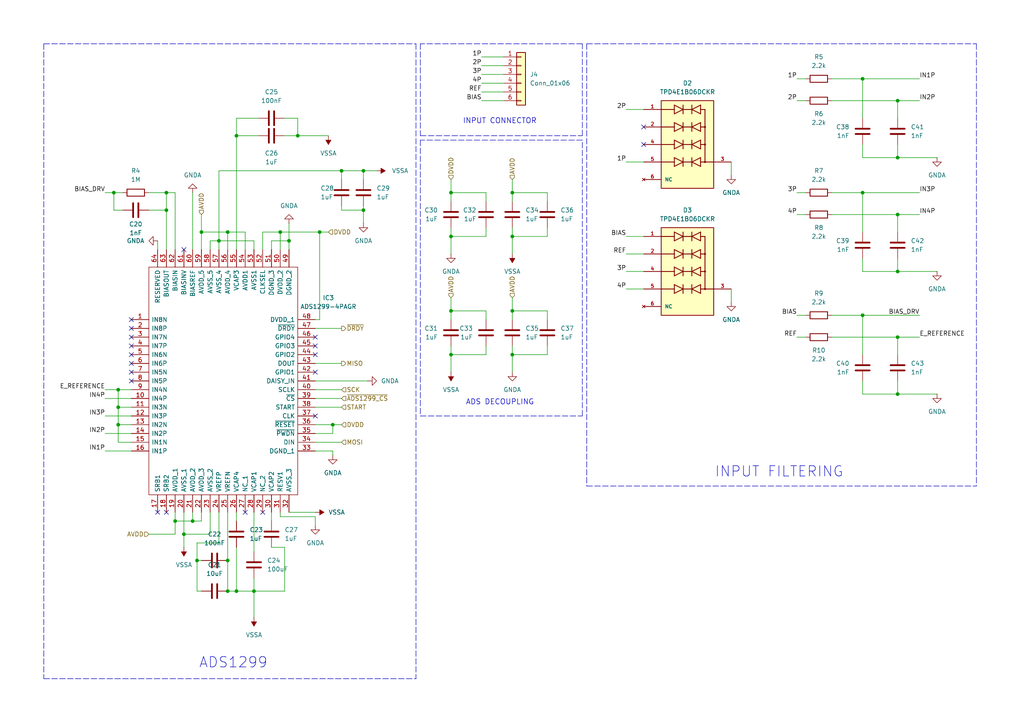
<source format=kicad_sch>
(kicad_sch (version 20231120) (generator "eeschema") (generator_version "8.0")
  (paper "A4")
  (lib_symbols
    (symbol "ADS1299-4PAGR:ADS1299-4PAGR" (pin_names (offset 0.762))
      (property "Reference" "IC" (at 49.53 20.32 0))
      (property "Value" "ADS1299-4PAGR" (at 49.53 17.78 0))
      (symbol "ADS1299-4PAGR_0_0"
        (pin passive line (at 0 0 0) (length 5.08) (name "IN8N") (number "1"))
        (pin passive line (at 0 -22.86 0) (length 5.08) (name "IN4P") (number "10"))
        (pin passive line (at 0 -25.4 0) (length 5.08) (name "IN3N") (number "11"))
        (pin passive line (at 0 -27.94 0) (length 5.08) (name "IN3P") (number "12"))
        (pin passive line (at 0 -30.48 0) (length 5.08) (name "IN2N") (number "13"))
        (pin passive line (at 0 -33.02 0) (length 5.08) (name "IN2P") (number "14"))
        (pin passive line (at 0 -35.56 0) (length 5.08) (name "IN1N") (number "15"))
        (pin passive line (at 0 -38.1 0) (length 5.08) (name "IN1P") (number "16"))
        (pin passive line (at 7.62 -55.88 90) (length 5.08) (name "SRB1") (number "17"))
        (pin passive line (at 10.16 -55.88 90) (length 5.08) (name "SRB2") (number "18"))
        (pin passive line (at 12.7 -55.88 90) (length 5.08) (name "AVDD_1") (number "19"))
        (pin passive line (at 0 -2.54 0) (length 5.08) (name "IN8P") (number "2"))
        (pin passive line (at 15.24 -55.88 90) (length 5.08) (name "AVSS_1") (number "20"))
        (pin passive line (at 17.78 -55.88 90) (length 5.08) (name "AVDD_2") (number "21"))
        (pin passive line (at 20.32 -55.88 90) (length 5.08) (name "AVDD_3") (number "22"))
        (pin passive line (at 22.86 -55.88 90) (length 5.08) (name "AVSS_2") (number "23"))
        (pin passive line (at 25.4 -55.88 90) (length 5.08) (name "VREFP") (number "24"))
        (pin passive line (at 27.94 -55.88 90) (length 5.08) (name "VREFN") (number "25"))
        (pin passive line (at 30.48 -55.88 90) (length 5.08) (name "VCAP4") (number "26"))
        (pin passive line (at 33.02 -55.88 90) (length 5.08) (name "NC_1") (number "27"))
        (pin passive line (at 35.56 -55.88 90) (length 5.08) (name "VCAP1") (number "28"))
        (pin passive line (at 38.1 -55.88 90) (length 5.08) (name "NC_2") (number "29"))
        (pin passive line (at 0 -5.08 0) (length 5.08) (name "IN7N") (number "3"))
        (pin passive line (at 40.64 -55.88 90) (length 5.08) (name "VCAP2") (number "30"))
        (pin passive line (at 43.18 -55.88 90) (length 5.08) (name "RESV1") (number "31"))
        (pin passive line (at 45.72 -55.88 90) (length 5.08) (name "AVSS_3") (number "32"))
        (pin passive line (at 53.34 -38.1 180) (length 5.08) (name "DGND_1") (number "33"))
        (pin passive line (at 53.34 -35.56 180) (length 5.08) (name "DIN") (number "34"))
        (pin passive line (at 53.34 -33.02 180) (length 5.08) (name "~{PWDN}") (number "35"))
        (pin passive line (at 53.34 -30.48 180) (length 5.08) (name "~{RESET}") (number "36"))
        (pin passive line (at 53.34 -27.94 180) (length 5.08) (name "CLK") (number "37"))
        (pin passive line (at 53.34 -25.4 180) (length 5.08) (name "START") (number "38"))
        (pin passive line (at 53.34 -22.86 180) (length 5.08) (name "~{CS}") (number "39"))
        (pin passive line (at 0 -7.62 0) (length 5.08) (name "IN7P") (number "4"))
        (pin passive line (at 53.34 -20.32 180) (length 5.08) (name "SCLK") (number "40"))
        (pin passive line (at 53.34 -17.78 180) (length 5.08) (name "DAISY_IN") (number "41"))
        (pin passive line (at 53.34 -15.24 180) (length 5.08) (name "GPIO1") (number "42"))
        (pin passive line (at 53.34 -12.7 180) (length 5.08) (name "DOUT") (number "43"))
        (pin passive line (at 53.34 -10.16 180) (length 5.08) (name "GPIO2") (number "44"))
        (pin passive line (at 53.34 -7.62 180) (length 5.08) (name "GPIO3") (number "45"))
        (pin passive line (at 53.34 -5.08 180) (length 5.08) (name "GPIO4") (number "46"))
        (pin passive line (at 53.34 -2.54 180) (length 5.08) (name "~{DRDY}") (number "47"))
        (pin passive line (at 53.34 0 180) (length 5.08) (name "DVDD_1") (number "48"))
        (pin passive line (at 45.72 20.32 270) (length 5.08) (name "DGND_2") (number "49"))
        (pin passive line (at 0 -10.16 0) (length 5.08) (name "IN6N") (number "5"))
        (pin passive line (at 43.18 20.32 270) (length 5.08) (name "DVDD_2") (number "50"))
        (pin passive line (at 40.64 20.32 270) (length 5.08) (name "DGND_3") (number "51"))
        (pin passive line (at 38.1 20.32 270) (length 5.08) (name "CLKSEL") (number "52"))
        (pin passive line (at 35.56 20.32 270) (length 5.08) (name "AVSS1") (number "53"))
        (pin passive line (at 33.02 20.32 270) (length 5.08) (name "AVDD1") (number "54"))
        (pin passive line (at 30.48 20.32 270) (length 5.08) (name "VCAP3") (number "55"))
        (pin passive line (at 27.94 20.32 270) (length 5.08) (name "AVDD_4") (number "56"))
        (pin passive line (at 25.4 20.32 270) (length 5.08) (name "AVSS_4") (number "57"))
        (pin passive line (at 22.86 20.32 270) (length 5.08) (name "AVSS_5") (number "58"))
        (pin passive line (at 20.32 20.32 270) (length 5.08) (name "AVDD_5") (number "59"))
        (pin passive line (at 0 -12.7 0) (length 5.08) (name "IN6P") (number "6"))
        (pin passive line (at 17.78 20.32 270) (length 5.08) (name "BIASREF") (number "60"))
        (pin passive line (at 15.24 20.32 270) (length 5.08) (name "BIASINV") (number "61"))
        (pin passive line (at 12.7 20.32 270) (length 5.08) (name "BIASIN") (number "62"))
        (pin passive line (at 10.16 20.32 270) (length 5.08) (name "BIASOUT") (number "63"))
        (pin passive line (at 7.62 20.32 270) (length 5.08) (name "RESERVED") (number "64"))
        (pin passive line (at 0 -15.24 0) (length 5.08) (name "IN5N") (number "7"))
        (pin passive line (at 0 -17.78 0) (length 5.08) (name "IN5P") (number "8"))
        (pin passive line (at 0 -20.32 0) (length 5.08) (name "IN4N") (number "9"))
      )
    )
    (symbol "Connector_Generic:Conn_01x06" (pin_names (offset 1.016) hide)
      (property "Reference" "J" (at 0 7.62 0))
      (property "Value" "Conn_01x06" (at 0 -10.16 0))
      (symbol "Conn_01x06_1_1"
        (pin passive line (at -5.08 5.08 0) (length 3.81) (name "Pin_1") (number "1"))
        (pin passive line (at -5.08 2.54 0) (length 3.81) (name "Pin_2") (number "2"))
        (pin passive line (at -5.08 0 0) (length 3.81) (name "Pin_3") (number "3"))
        (pin passive line (at -5.08 -2.54 0) (length 3.81) (name "Pin_4") (number "4"))
        (pin passive line (at -5.08 -5.08 0) (length 3.81) (name "Pin_5") (number "5"))
        (pin passive line (at -5.08 -7.62 0) (length 3.81) (name "Pin_6") (number "6"))
      )
    )
    (symbol "Device:C" (pin_numbers hide) (pin_names (offset 0.254))
      (property "Reference" "C" (at 0.635 2.54 0))
      (property "Value" "C" (at 0.635 -2.54 0))
      (symbol "C_1_1"
        (pin passive line (at 0 3.81 270) (length 2.794) (name "~") (number "1"))
        (pin passive line (at 0 -3.81 90) (length 2.794) (name "~") (number "2"))
      )
    )
    (symbol "Device:R" (pin_numbers hide) (pin_names (offset 0))
      (property "Reference" "R" (at 2.032 0 90))
      (property "Value" "R" (at 0 0 90))
      (symbol "R_1_1"
        (pin passive line (at 0 3.81 270) (length 1.27) (name "~") (number "1"))
        (pin passive line (at 0 -3.81 90) (length 1.27) (name "~") (number "2"))
      )
    )
    (symbol "TPD4E1B06DCKR:TPD4E1B06DCKR" (pin_names (offset 1.016))
      (property "Reference" "D" (at -7.62 13.208 0))
      (property "Value" "TPD4E1B06DCKR" (at -7.62 -15.24 0))
      (symbol "TPD4E1B06DCKR_0_0"
        (pin bidirectional line (at -12.7 10.16 0) (length 5.08) (name "~") (number "1"))
        (pin bidirectional line (at -12.7 5.08 0) (length 5.08) (name "~") (number "2"))
        (pin power_in line (at 12.7 -5.08 180) (length 5.08) (name "~") (number "3"))
        (pin bidirectional line (at -12.7 0 0) (length 5.08) (name "~") (number "4"))
        (pin bidirectional line (at -12.7 -5.08 0) (length 5.08) (name "~") (number "5"))
        (pin no_connect line (at -12.7 -10.16 0) (length 5.08) (name "NC") (number "6"))
      )
    )
    (symbol "power:GNDA" (power) (pin_numbers hide) (pin_names (offset 0) hide)
      (property "Value" "GNDA" (at 0 -3.81 0))
      (symbol "GNDA_1_1"
        (pin power_in line (at 0 0 270) (length 0) (name "~") (number "1"))
      )
    )
    (symbol "power:VSSA" (power) (pin_numbers hide) (pin_names (offset 0) hide)
      (property "Value" "VSSA" (at 0 3.556 0))
      (symbol "VSSA_1_1"
        (pin power_in line (at 0 0 90) (length 0) (name "~") (number "1"))
      )
    )
  )
  (junction (at 68.58 39.37))
  (junction (at 34.29 123.19))
  (junction (at 68.58 171.45))
  (junction (at 260.35 62.23))
  (junction (at 55.88 151.13))
  (junction (at 260.35 45.72))
  (junction (at 50.8 151.13))
  (junction (at 260.35 78.74))
  (junction (at 148.59 90.17))
  (junction (at 73.66 171.45))
  (junction (at 34.29 113.03))
  (junction (at 53.34 154.94))
  (junction (at 66.04 162.56))
  (junction (at 81.28 67.31))
  (junction (at 260.35 114.3))
  (junction (at 48.26 60.96))
  (junction (at 48.26 55.88))
  (junction (at 92.71 67.31))
  (junction (at 250.19 22.86))
  (junction (at 34.29 118.11))
  (junction (at 130.81 68.58))
  (junction (at 66.04 67.31))
  (junction (at 66.04 171.45))
  (junction (at 86.36 39.37))
  (junction (at 105.41 60.96))
  (junction (at 83.82 69.85))
  (junction (at 63.5 69.85))
  (junction (at 260.35 97.79))
  (junction (at 33.02 55.88))
  (junction (at 105.41 49.53))
  (junction (at 148.59 68.58))
  (junction (at 250.19 91.44))
  (junction (at 57.15 162.56))
  (junction (at 148.59 102.87))
  (junction (at 130.81 102.87))
  (junction (at 130.81 90.17))
  (junction (at 99.06 49.53))
  (junction (at 148.59 55.88))
  (junction (at 130.81 55.88))
  (junction (at 250.19 55.88))
  (junction (at 260.35 29.21))
  (junction (at 96.52 123.19))
  (junction (at 58.42 67.31))
  (no_connect (at 76.2 148.59))
  (no_connect (at 186.69 41.91))
  (no_connect (at 38.1 97.79))
  (no_connect (at 91.44 100.33))
  (no_connect (at 38.1 100.33))
  (no_connect (at 91.44 107.95))
  (no_connect (at 91.44 120.65))
  (no_connect (at 38.1 105.41))
  (no_connect (at 53.34 72.39))
  (no_connect (at 186.69 36.83))
  (no_connect (at 71.12 148.59))
  (no_connect (at 38.1 102.87))
  (no_connect (at 38.1 107.95))
  (no_connect (at 91.44 97.79))
  (no_connect (at 38.1 92.71))
  (no_connect (at 48.26 148.59))
  (no_connect (at 45.72 148.59))
  (no_connect (at 38.1 95.25))
  (no_connect (at 38.1 110.49))
  (no_connect (at 91.44 102.87))
  (wire (pts (xy 99.06 49.53) (xy 105.41 49.53)))
  (wire (pts (xy 148.59 66.04) (xy 148.59 68.58)))
  (polyline (pts (xy 168.91 12.7) (xy 121.92 12.7)) (stroke (width 0) (type dash)))
  (wire (pts (xy 68.58 39.37) (xy 68.58 72.39)))
  (wire (pts (xy 34.29 118.11) (xy 38.1 118.11)))
  (wire (pts (xy 130.81 58.42) (xy 130.81 55.88)))
  (wire (pts (xy 83.82 64.77) (xy 83.82 69.85)))
  (wire (pts (xy 73.66 72.39) (xy 73.66 69.85)))
  (wire (pts (xy 260.35 97.79) (xy 266.7 97.79)))
  (wire (pts (xy 130.81 86.36) (xy 130.81 90.17)))
  (wire (pts (xy 105.41 49.53) (xy 105.41 52.07)))
  (wire (pts (xy 260.35 114.3) (xy 271.78 114.3)))
  (wire (pts (xy 260.35 97.79) (xy 260.35 102.87)))
  (wire (pts (xy 241.3 29.21) (xy 260.35 29.21)))
  (wire (pts (xy 53.34 154.94) (xy 53.34 148.59)))
  (wire (pts (xy 99.06 49.53) (xy 99.06 52.07)))
  (wire (pts (xy 139.7 21.59) (xy 146.05 21.59)))
  (wire (pts (xy 68.58 34.29) (xy 68.58 39.37)))
  (wire (pts (xy 71.12 72.39) (xy 71.12 67.31)))
  (wire (pts (xy 76.2 67.31) (xy 81.28 67.31)))
  (wire (pts (xy 231.14 91.44) (xy 233.68 91.44)))
  (wire (pts (xy 91.44 113.03) (xy 99.06 113.03)))
  (wire (pts (xy 260.35 62.23) (xy 260.35 67.31)))
  (wire (pts (xy 250.19 91.44) (xy 266.7 91.44)))
  (wire (pts (xy 66.04 148.59) (xy 66.04 162.56)))
  (wire (pts (xy 66.04 171.45) (xy 68.58 171.45)))
  (wire (pts (xy 96.52 123.19) (xy 96.52 125.73)))
  (wire (pts (xy 148.59 58.42) (xy 148.59 55.88)))
  (wire (pts (xy 91.44 149.86) (xy 91.44 152.4)))
  (wire (pts (xy 81.28 67.31) (xy 92.71 67.31)))
  (wire (pts (xy 50.8 148.59) (xy 50.8 151.13)))
  (wire (pts (xy 130.81 92.71) (xy 130.81 90.17)))
  (wire (pts (xy 140.97 102.87) (xy 140.97 100.33)))
  (wire (pts (xy 92.71 67.31) (xy 92.71 92.71)))
  (wire (pts (xy 43.18 55.88) (xy 48.26 55.88)))
  (wire (pts (xy 181.61 78.74) (xy 186.69 78.74)))
  (wire (pts (xy 158.75 102.87) (xy 158.75 100.33)))
  (wire (pts (xy 140.97 90.17) (xy 140.97 92.71)))
  (wire (pts (xy 250.19 41.91) (xy 250.19 45.72)))
  (wire (pts (xy 260.35 29.21) (xy 260.35 34.29)))
  (wire (pts (xy 139.7 19.05) (xy 146.05 19.05)))
  (wire (pts (xy 82.55 34.29) (xy 86.36 34.29)))
  (wire (pts (xy 139.7 16.51) (xy 146.05 16.51)))
  (wire (pts (xy 58.42 72.39) (xy 58.42 67.31)))
  (wire (pts (xy 148.59 86.36) (xy 148.59 90.17)))
  (wire (pts (xy 250.19 74.93) (xy 250.19 78.74)))
  (wire (pts (xy 181.61 73.66) (xy 186.69 73.66)))
  (wire (pts (xy 250.19 55.88) (xy 250.19 67.31)))
  (wire (pts (xy 181.61 31.75) (xy 186.69 31.75)))
  (wire (pts (xy 96.52 130.81) (xy 96.52 132.08)))
  (wire (pts (xy 260.35 41.91) (xy 260.35 45.72)))
  (wire (pts (xy 48.26 55.88) (xy 48.26 60.96)))
  (wire (pts (xy 74.93 34.29) (xy 68.58 34.29)))
  (wire (pts (xy 130.81 90.17) (xy 140.97 90.17)))
  (wire (pts (xy 130.81 100.33) (xy 130.81 102.87)))
  (wire (pts (xy 68.58 39.37) (xy 74.93 39.37)))
  (polyline (pts (xy 170.18 140.97) (xy 283.21 140.97)) (stroke (width 0) (type dash)))
  (wire (pts (xy 86.36 39.37) (xy 82.55 39.37)))
  (wire (pts (xy 68.58 148.59) (xy 68.58 151.13)))
  (wire (pts (xy 148.59 55.88) (xy 158.75 55.88)))
  (wire (pts (xy 130.81 55.88) (xy 140.97 55.88)))
  (wire (pts (xy 50.8 151.13) (xy 50.8 154.94)))
  (wire (pts (xy 105.41 64.77) (xy 105.41 60.96)))
  (wire (pts (xy 158.75 90.17) (xy 158.75 92.71)))
  (polyline (pts (xy 12.7 12.7) (xy 12.7 196.85)) (stroke (width 0) (type dash)))
  (wire (pts (xy 66.04 67.31) (xy 66.04 72.39)))
  (polyline (pts (xy 168.91 39.37) (xy 168.91 12.7)) (stroke (width 0) (type dash)))
  (wire (pts (xy 250.19 114.3) (xy 260.35 114.3)))
  (wire (pts (xy 260.35 78.74) (xy 271.78 78.74)))
  (wire (pts (xy 130.81 102.87) (xy 130.81 107.95)))
  (wire (pts (xy 105.41 59.69) (xy 105.41 60.96)))
  (wire (pts (xy 91.44 115.57) (xy 99.06 115.57)))
  (wire (pts (xy 63.5 49.53) (xy 63.5 69.85)))
  (wire (pts (xy 35.56 60.96) (xy 33.02 60.96)))
  (wire (pts (xy 78.74 158.75) (xy 82.55 158.75)))
  (wire (pts (xy 30.48 113.03) (xy 34.29 113.03)))
  (wire (pts (xy 34.29 118.11) (xy 34.29 113.03)))
  (polyline (pts (xy 170.18 12.7) (xy 170.18 140.97)) (stroke (width 0) (type dash)))
  (wire (pts (xy 130.81 68.58) (xy 140.97 68.58)))
  (wire (pts (xy 63.5 148.59) (xy 63.5 157.48)))
  (wire (pts (xy 99.06 59.69) (xy 99.06 60.96)))
  (wire (pts (xy 130.81 52.07) (xy 130.81 55.88)))
  (wire (pts (xy 250.19 45.72) (xy 260.35 45.72)))
  (wire (pts (xy 78.74 69.85) (xy 83.82 69.85)))
  (wire (pts (xy 231.14 62.23) (xy 233.68 62.23)))
  (wire (pts (xy 48.26 60.96) (xy 48.26 72.39)))
  (wire (pts (xy 78.74 148.59) (xy 78.74 151.13)))
  (wire (pts (xy 33.02 60.96) (xy 33.02 55.88)))
  (wire (pts (xy 50.8 55.88) (xy 48.26 55.88)))
  (wire (pts (xy 260.35 74.93) (xy 260.35 78.74)))
  (wire (pts (xy 241.3 22.86) (xy 250.19 22.86)))
  (polyline (pts (xy 121.92 120.65) (xy 168.91 120.65)) (stroke (width 0) (type dash)))
  (wire (pts (xy 91.44 110.49) (xy 106.68 110.49)))
  (wire (pts (xy 148.59 90.17) (xy 158.75 90.17)))
  (wire (pts (xy 68.58 158.75) (xy 68.58 171.45)))
  (wire (pts (xy 76.2 72.39) (xy 76.2 67.31)))
  (wire (pts (xy 57.15 171.45) (xy 58.42 171.45)))
  (wire (pts (xy 148.59 68.58) (xy 148.59 73.66)))
  (wire (pts (xy 30.48 130.81) (xy 38.1 130.81)))
  (wire (pts (xy 60.96 148.59) (xy 60.96 154.94)))
  (wire (pts (xy 91.44 118.11) (xy 99.06 118.11)))
  (wire (pts (xy 139.7 24.13) (xy 146.05 24.13)))
  (wire (pts (xy 148.59 102.87) (xy 158.75 102.87)))
  (wire (pts (xy 139.7 26.67) (xy 146.05 26.67)))
  (wire (pts (xy 38.1 128.27) (xy 34.29 128.27)))
  (wire (pts (xy 148.59 68.58) (xy 158.75 68.58)))
  (wire (pts (xy 250.19 91.44) (xy 250.19 102.87)))
  (wire (pts (xy 82.55 158.75) (xy 82.55 171.45)))
  (wire (pts (xy 231.14 22.86) (xy 233.68 22.86)))
  (wire (pts (xy 250.19 22.86) (xy 250.19 34.29)))
  (polyline (pts (xy 170.18 12.7) (xy 283.21 12.7)) (stroke (width 0) (type dash)))
  (wire (pts (xy 43.18 60.96) (xy 48.26 60.96)))
  (wire (pts (xy 130.81 102.87) (xy 140.97 102.87)))
  (wire (pts (xy 33.02 55.88) (xy 35.56 55.88)))
  (wire (pts (xy 139.7 29.21) (xy 146.05 29.21)))
  (wire (pts (xy 57.15 157.48) (xy 57.15 162.56)))
  (polyline (pts (xy 12.7 12.7) (xy 120.65 12.7)) (stroke (width 0) (type dash)))
  (wire (pts (xy 58.42 151.13) (xy 58.42 148.59)))
  (wire (pts (xy 241.3 91.44) (xy 250.19 91.44)))
  (wire (pts (xy 158.75 68.58) (xy 158.75 66.04)))
  (wire (pts (xy 91.44 125.73) (xy 96.52 125.73)))
  (wire (pts (xy 63.5 69.85) (xy 63.5 72.39)))
  (wire (pts (xy 73.66 171.45) (xy 82.55 171.45)))
  (wire (pts (xy 53.34 154.94) (xy 53.34 158.75)))
  (wire (pts (xy 250.19 110.49) (xy 250.19 114.3)))
  (wire (pts (xy 92.71 67.31) (xy 95.25 67.31)))
  (wire (pts (xy 66.04 162.56) (xy 66.04 171.45)))
  (wire (pts (xy 83.82 69.85) (xy 83.82 72.39)))
  (wire (pts (xy 63.5 157.48) (xy 57.15 157.48)))
  (wire (pts (xy 34.29 128.27) (xy 34.29 123.19)))
  (wire (pts (xy 91.44 123.19) (xy 96.52 123.19)))
  (wire (pts (xy 63.5 49.53) (xy 99.06 49.53)))
  (wire (pts (xy 73.66 148.59) (xy 73.66 160.02)))
  (wire (pts (xy 181.61 68.58) (xy 186.69 68.58)))
  (wire (pts (xy 260.35 29.21) (xy 266.7 29.21)))
  (wire (pts (xy 60.96 69.85) (xy 63.5 69.85)))
  (wire (pts (xy 105.41 49.53) (xy 109.22 49.53)))
  (wire (pts (xy 212.09 46.99) (xy 212.09 50.8)))
  (wire (pts (xy 91.44 128.27) (xy 99.06 128.27)))
  (wire (pts (xy 250.19 78.74) (xy 260.35 78.74)))
  (wire (pts (xy 34.29 123.19) (xy 34.29 118.11)))
  (wire (pts (xy 66.04 67.31) (xy 71.12 67.31)))
  (wire (pts (xy 96.52 123.19) (xy 99.06 123.19)))
  (wire (pts (xy 231.14 55.88) (xy 233.68 55.88)))
  (wire (pts (xy 57.15 162.56) (xy 58.42 162.56)))
  (wire (pts (xy 130.81 66.04) (xy 130.81 68.58)))
  (wire (pts (xy 86.36 34.29) (xy 86.36 39.37)))
  (wire (pts (xy 55.88 55.88) (xy 55.88 72.39)))
  (wire (pts (xy 34.29 123.19) (xy 38.1 123.19)))
  (wire (pts (xy 140.97 55.88) (xy 140.97 58.42)))
  (wire (pts (xy 81.28 149.86) (xy 91.44 149.86)))
  (polyline (pts (xy 121.92 40.64) (xy 121.92 120.65)) (stroke (width 0) (type dash)))
  (wire (pts (xy 181.61 83.82) (xy 186.69 83.82)))
  (wire (pts (xy 99.06 60.96) (xy 105.41 60.96)))
  (wire (pts (xy 91.44 105.41) (xy 99.06 105.41)))
  (wire (pts (xy 148.59 92.71) (xy 148.59 90.17)))
  (polyline (pts (xy 120.65 12.7) (xy 120.65 196.85)) (stroke (width 0) (type dash)))
  (polyline (pts (xy 168.91 120.65) (xy 168.91 40.64)) (stroke (width 0) (type dash)))
  (wire (pts (xy 130.81 68.58) (xy 130.81 73.66)))
  (wire (pts (xy 250.19 22.86) (xy 266.7 22.86)))
  (wire (pts (xy 73.66 167.64) (xy 73.66 171.45)))
  (wire (pts (xy 241.3 97.79) (xy 260.35 97.79)))
  (wire (pts (xy 58.42 67.31) (xy 66.04 67.31)))
  (wire (pts (xy 30.48 115.57) (xy 38.1 115.57)))
  (wire (pts (xy 81.28 67.31) (xy 81.28 72.39)))
  (polyline (pts (xy 121.92 12.7) (xy 121.92 39.37)) (stroke (width 0) (type dash)))
  (wire (pts (xy 91.44 130.81) (xy 96.52 130.81)))
  (wire (pts (xy 92.71 92.71) (xy 91.44 92.71)))
  (wire (pts (xy 148.59 102.87) (xy 148.59 107.95)))
  (wire (pts (xy 241.3 55.88) (xy 250.19 55.88)))
  (wire (pts (xy 241.3 62.23) (xy 260.35 62.23)))
  (wire (pts (xy 60.96 72.39) (xy 60.96 69.85)))
  (wire (pts (xy 34.29 113.03) (xy 38.1 113.03)))
  (wire (pts (xy 58.42 62.23) (xy 58.42 67.31)))
  (wire (pts (xy 250.19 55.88) (xy 266.7 55.88)))
  (wire (pts (xy 45.72 69.85) (xy 45.72 72.39)))
  (wire (pts (xy 231.14 97.79) (xy 233.68 97.79)))
  (wire (pts (xy 50.8 151.13) (xy 55.88 151.13)))
  (wire (pts (xy 30.48 125.73) (xy 38.1 125.73)))
  (wire (pts (xy 83.82 148.59) (xy 91.44 148.59)))
  (wire (pts (xy 181.61 46.99) (xy 186.69 46.99)))
  (wire (pts (xy 68.58 171.45) (xy 73.66 171.45)))
  (wire (pts (xy 212.09 83.82) (xy 212.09 87.63)))
  (wire (pts (xy 81.28 148.59) (xy 81.28 149.86)))
  (polyline (pts (xy 168.91 40.64) (xy 121.92 40.64)) (stroke (width 0) (type dash)))
  (wire (pts (xy 148.59 52.07) (xy 148.59 55.88)))
  (wire (pts (xy 55.88 148.59) (xy 55.88 151.13)))
  (wire (pts (xy 140.97 68.58) (xy 140.97 66.04)))
  (polyline (pts (xy 12.7 196.85) (xy 120.65 196.85)) (stroke (width 0) (type dash)))
  (wire (pts (xy 91.44 95.25) (xy 99.06 95.25)))
  (wire (pts (xy 30.48 55.88) (xy 33.02 55.88)))
  (polyline (pts (xy 121.92 39.37) (xy 168.91 39.37)) (stroke (width 0) (type dash)))
  (wire (pts (xy 260.35 45.72) (xy 271.78 45.72)))
  (wire (pts (xy 73.66 69.85) (xy 63.5 69.85)))
  (polyline (pts (xy 283.21 12.7) (xy 283.21 140.97)) (stroke (width 0) (type dash)))
  (wire (pts (xy 55.88 151.13) (xy 58.42 151.13)))
  (wire (pts (xy 260.35 62.23) (xy 266.7 62.23)))
  (wire (pts (xy 260.35 110.49) (xy 260.35 114.3)))
  (wire (pts (xy 57.15 162.56) (xy 57.15 171.45)))
  (wire (pts (xy 148.59 100.33) (xy 148.59 102.87)))
  (wire (pts (xy 78.74 72.39) (xy 78.74 69.85)))
  (wire (pts (xy 158.75 55.88) (xy 158.75 58.42)))
  (wire (pts (xy 30.48 120.65) (xy 38.1 120.65)))
  (wire (pts (xy 86.36 39.37) (xy 95.25 39.37)))
  (wire (pts (xy 50.8 154.94) (xy 43.18 154.94)))
  (wire (pts (xy 60.96 154.94) (xy 53.34 154.94)))
  (wire (pts (xy 231.14 29.21) (xy 233.68 29.21)))
  (wire (pts (xy 50.8 72.39) (xy 50.8 55.88)))
  (wire (pts (xy 73.66 171.45) (xy 73.66 179.07)))
  (text "ADS DECOUPLING" (at 154.94 117.602 0) (effects (font (size 1.524 1.524)) (justify right bottom)))
  (text "ADS1299" (at 57.658 194.056 0) (effects (font (size 2.9972 2.9972)) (justify left bottom)))
  (text "INPUT CONNECTOR" (at 155.702 36.068 0) (effects (font (size 1.524 1.524)) (justify right bottom)))
  (text "INPUT FILTERING" (at 207.264 138.684 0) (effects (font (size 2.9972 2.9972)) (justify left bottom)))
  (label "IN1P" (at 30.48 130.81 180))
  (label "REF" (at 181.61 73.66 180))
  (label "1P" (at 181.61 46.99 180))
  (label "3P" (at 231.14 55.88 180))
  (label "REF" (at 231.14 97.79 180))
  (label "E_REFERENCE" (at 30.48 113.03 180))
  (label "2P" (at 181.61 31.75 180))
  (label "IN4P" (at 30.48 115.57 180))
  (label "4P" (at 181.61 83.82 180))
  (label "3P" (at 139.7 21.59 180))
  (label "BIAS" (at 231.14 91.44 180))
  (label "1P" (at 139.7 16.51 180))
  (label "IN2P" (at 266.7 29.21 0))
  (label "IN3P" (at 30.48 120.65 180))
  (label "IN1P" (at 266.7 22.86 0))
  (label "4P" (at 139.7 24.13 180))
  (label "E_REFERENCE" (at 266.7 97.79 0))
  (label "BIAS" (at 181.61 68.58 180))
  (label "2P" (at 139.7 19.05 180))
  (label "IN4P" (at 266.7 62.23 0))
  (label "4P" (at 231.14 62.23 180))
  (label "IN2P" (at 30.48 125.73 180))
  (label "1P" (at 231.14 22.86 180))
  (label "REF" (at 139.7 26.67 180))
  (label "BIAS" (at 139.7 29.21 180))
  (label "BIAS_DRV" (at 266.7 91.44 180))
  (label "3P" (at 181.61 78.74 180))
  (label "BIAS_DRV" (at 30.48 55.88 180))
  (label "2P" (at 231.14 29.21 180))
  (label "IN3P" (at 266.7 55.88 0))
  (hierarchical_label "DVDD" (shape input) (at 130.81 52.07 90))
  (hierarchical_label "AVDD" (shape input) (at 58.42 62.23 90))
  (hierarchical_label "START" (shape input) (at 99.06 118.11 0))
  (hierarchical_label "~{ADS1299_CS}" (shape input) (at 99.06 115.57 0))
  (hierarchical_label "AVDD" (shape input) (at 43.18 154.94 180))
  (hierarchical_label "SCK" (shape input) (at 99.06 113.03 0))
  (hierarchical_label "DVDD" (shape input) (at 99.06 123.19 0))
  (hierarchical_label "AVDD" (shape input) (at 148.59 86.36 90))
  (hierarchical_label "AVDD" (shape input) (at 148.59 52.07 90))
  (hierarchical_label "DVDD" (shape input) (at 95.25 67.31 0))
  (hierarchical_label "~{DRDY}" (shape output) (at 99.06 95.25 0))
  (hierarchical_label "MOSI" (shape input) (at 99.06 128.27 0))
  (hierarchical_label "MISO" (shape output) (at 99.06 105.41 0))
  (hierarchical_label "AVDD" (shape input) (at 130.81 86.36 90))
  (symbol (lib_id "power:GNDA") (at 271.78 114.3 0) (unit 1)
    (property "Reference" "#PWR043" (effects (hide yes)))
    (property "Value" "GNDA" (at 271.78 119.38 0))
    (property "Description" "Power symbol creates a global label with name \"GNDA\" , analog ground" (effects (hide yes)))
  )
  (symbol (lib_id "Device:C") (at 78.74 39.37 90) (unit 1)
    (property "Reference" "C26" (at 78.74 44.45 90))
    (property "Value" "1uF" (at 78.74 46.99 90))
    (property "Footprint" "Capacitor_SMD:C_0402_1005Metric" (effects (hide yes)))
    (property "Description" "10V 1uF X5R ±10% 0402  Multilayer Ceramic Capacitors MLCC - SMD/SMT ROHS" (effects (hide yes)))
    (property "Type" "Surface Mount " (effects (hide yes)))
    (property "Package" "0402 (1005 Metric)" (effects (hide yes)))
    (property "MANUFACTURER" "Murata Electronics" (effects (hide yes)))
    (property "MANUFACTURER_PART_NUMBER" "GRM155R61A105KE15D" (effects (hide yes)))
  )
  (symbol (lib_id "power:GNDA") (at 55.88 55.88 180) (unit 1)
    (property "Reference" "#PWR053" (effects (hide yes)))
    (property "Value" "GNDA" (at 55.88 50.8 0))
    (property "Description" "Power symbol creates a global label with name \"GNDA\" , analog ground" (effects (hide yes)))
  )
  (symbol (lib_id "Device:C") (at 260.35 71.12 180) (unit 1)
    (property "Reference" "C42" (at 264.16 69.8499 0) (effects (justify right)))
    (property "Value" "1nF" (at 264.16 72.3899 0) (effects (justify right)))
    (property "Footprint" "Capacitor_SMD:C_0402_1005Metric" (effects (hide yes)))
    (property "Description" "50V 1nF X7R ±10% 0402  Multilayer Ceramic Capacitors MLCC - SMD/SMT ROHS" (effects (hide yes)))
    (property "Type" "Surface Mount " (effects (hide yes)))
    (property "Package" "0402 (1005 Metric)" (effects (hide yes)))
    (property "MANUFACTURER" "Murata Electronics" (effects (hide yes)))
    (property "MANUFACTURER_PART_NUMBER" "GRM155R71H102KA01D" (effects (hide yes)))
  )
  (symbol (lib_id "power:GNDA") (at 45.72 69.85 270) (unit 1)
    (property "Reference" "#PWR027" (effects (hide yes)))
    (property "Value" "GNDA" (at 41.91 69.8499 90) (effects (justify right)))
    (property "Description" "Power symbol creates a global label with name \"GNDA\" , analog ground" (effects (hide yes)))
  )
  (symbol (lib_id "power:GNDA") (at 83.82 64.77 180) (unit 1)
    (property "Reference" "#PWR028" (effects (hide yes)))
    (property "Value" "GNDA" (at 83.82 59.69 0))
    (property "Description" "Power symbol creates a global label with name \"GNDA\" , analog ground" (effects (hide yes)))
  )
  (symbol (lib_id "Device:C") (at 105.41 55.88 180) (unit 1)
    (property "Reference" "C29" (at 109.22 54.6099 0) (effects (justify right)))
    (property "Value" "1uF" (at 109.22 57.1499 0) (effects (justify right)))
    (property "Footprint" "Capacitor_SMD:C_0402_1005Metric" (effects (hide yes)))
    (property "Description" "10V 1uF X5R ±10% 0402  Multilayer Ceramic Capacitors MLCC - SMD/SMT ROHS" (effects (hide yes)))
    (property "Type" "Surface Mount " (effects (hide yes)))
    (property "Package" "0402 (1005 Metric)" (effects (hide yes)))
    (property "MANUFACTURER" "Murata Electronics" (effects (hide yes)))
    (property "MANUFACTURER_PART_NUMBER" "GRM155R61A105KE15D" (effects (hide yes)))
  )
  (symbol (lib_id "Device:C") (at 148.59 62.23 180) (unit 1)
    (property "Reference" "C34" (at 152.4 60.9599 0) (effects (justify right)))
    (property "Value" "1uF" (at 152.4 63.4999 0) (effects (justify right)))
    (property "Footprint" "Capacitor_SMD:C_0402_1005Metric" (effects (hide yes)))
    (property "Description" "10V 1uF X5R ±10% 0402  Multilayer Ceramic Capacitors MLCC - SMD/SMT ROHS" (effects (hide yes)))
    (property "Type" "Surface Mount " (effects (hide yes)))
    (property "Package" "0402 (1005 Metric)" (effects (hide yes)))
    (property "MANUFACTURER" "Murata Electronics" (effects (hide yes)))
    (property "MANUFACTURER_PART_NUMBER" "GRM155R61A105KE15D" (effects (hide yes)))
  )
  (symbol (lib_id "TPD4E1B06DCKR:TPD4E1B06DCKR") (at 199.39 78.74 0) (unit 1)
    (property "Reference" "D3" (at 199.39 60.96 0))
    (property "Value" "TPD4E1B06DCKR" (at 199.39 63.5 0))
    (property "Footprint" "TPD4E1B06DCKR:TVS_TPD4E1B06DCKR" (effects (hide yes)))
    (property "Description" "SOT-363  Electrostatic and Surge Protection (TVS/ESD) ROHS" (effects (hide yes)))
    (property "MF" "Texas Instruments" (effects (hide yes)))
    (property "MAXIMUM_PACKAGE_HEIGHT" "1.1 mm" (effects (hide yes)))
    (property "Package" "SOT-363" (effects (hide yes)))
    (property "Price" "None" (effects (hide yes)))
    (property "Check_prices" "https://www.snapeda.com/parts/TPD4E1B06DCKR/Texas+Instruments/view-part/?ref=eda" (effects (hide yes)))
    (property "STANDARD" "Manufacturer Recommendations" (effects (hide yes)))
    (property "PARTREV" "C" (effects (hide yes)))
    (property "SnapEDA_Link" "https://www.snapeda.com/parts/TPD4E1B06DCKR/Texas+Instruments/view-part/?ref=snap" (effects (hide yes)))
    (property "MP" "TPD4E1B06DCKR" (effects (hide yes)))
    (property "Description_1" "\nQuad 0.7-pF, ±5.5-V, ±12-kV ESD protection diode with 0.5-nA max leakage in SOT & SC70 packages\n" (effects (hide yes)))
    (property "MANUFACTURER" "Texas Instruments" (effects (hide yes)))
    (property "Availability" "In Stock" (effects (hide yes)))
    (property "SNAPEDA_PN" "TPD4E1B06DCKR" (effects (hide yes)))
    (property "MANUFACTURER_PART_NUMBER" "TPD4E1B06DCKR" (effects (hide yes)))
    (property "Type" "Surface Mount " (effects (hide yes)))
  )
  (symbol (lib_id "power:VSSA") (at 95.25 39.37 180) (unit 1)
    (property "Reference" "#PWR044" (effects (hide yes)))
    (property "Value" "VSSA" (at 95.25 44.45 0))
    (property "Description" "Power symbol creates a global label with name \"VSSA\"" (effects (hide yes)))
  )
  (symbol (lib_id "Device:C") (at 78.74 34.29 90) (unit 1)
    (property "Reference" "C25" (at 78.74 26.67 90))
    (property "Value" "100nF" (at 78.74 29.21 90))
    (property "Footprint" "Capacitor_SMD:C_0402_1005Metric" (effects (hide yes)))
    (property "Description" "16V 100nF X7R ±10% 0402  Multilayer Ceramic Capacitors MLCC - SMD/SMT ROHS" (effects (hide yes)))
    (property "Type" "Surface Mount " (effects (hide yes)))
    (property "Package" "0402 (1005 Metric)" (effects (hide yes)))
    (property "MANUFACTURER" "Murata Electronics" (effects (hide yes)))
    (property "MANUFACTURER_PART_NUMBER" "GRM155R71C104KA88D" (effects (hide yes)))
  )
  (symbol (lib_id "Device:R") (at 237.49 62.23 90) (unit 1)
    (property "Reference" "R8" (at 237.49 66.04 90))
    (property "Value" "2.2k" (at 237.49 68.58 90))
    (property "Footprint" "Resistor_SMD:R_0402_1005Metric" (effects (hide yes)))
    (property "Description" "62.5mW Thick Film Resistors 50V ±100ppm/℃ ±1% 1MΩ 0402  Chip Resistor - Surface Mount ROHS" (effects (hide yes)))
    (property "Type" "Surface Mount " (effects (hide yes)))
    (property "MANUFACTURER" "YAGEO" (effects (hide yes)))
    (property "MANUFACTURER_PART_NUMBER" "RC0402FR-072K2L" (effects (hide yes)))
    (property "Package" "0402 (1005 Metric)" (effects (hide yes)))
  )
  (symbol (lib_id "Device:R") (at 237.49 91.44 90) (unit 1)
    (property "Reference" "R9" (at 237.49 85.09 90))
    (property "Value" "2.2k" (at 237.49 87.63 90))
    (property "Footprint" "Resistor_SMD:R_0402_1005Metric" (effects (hide yes)))
    (property "Description" "62.5mW Thick Film Resistors 50V ±100ppm/℃ ±1% 1MΩ 0402  Chip Resistor - Surface Mount ROHS" (effects (hide yes)))
    (property "Type" "Surface Mount " (effects (hide yes)))
    (property "MANUFACTURER" "YAGEO" (effects (hide yes)))
    (property "MANUFACTURER_PART_NUMBER" "RC0402FR-072K2L" (effects (hide yes)))
    (property "Package" "0402 (1005 Metric)" (effects (hide yes)))
  )
  (symbol (lib_id "Device:C") (at 99.06 55.88 180) (unit 1)
    (property "Reference" "C28" (at 92.964 54.61 0) (effects (justify right)))
    (property "Value" "1uF" (at 92.964 57.15 0) (effects (justify right)))
    (property "Footprint" "Capacitor_SMD:C_0402_1005Metric" (effects (hide yes)))
    (property "Description" "10V 1uF X5R ±10% 0402  Multilayer Ceramic Capacitors MLCC - SMD/SMT ROHS" (effects (hide yes)))
    (property "Type" "Surface Mount " (effects (hide yes)))
    (property "Package" "0402 (1005 Metric)" (effects (hide yes)))
    (property "MANUFACTURER" "Murata Electronics" (effects (hide yes)))
    (property "MANUFACTURER_PART_NUMBER" "GRM155R61A105KE15D" (effects (hide yes)))
  )
  (symbol (lib_id "power:GNDA") (at 212.09 50.8 0) (unit 1)
    (property "Reference" "#PWR023" (effects (hide yes)))
    (property "Value" "GNDA" (at 212.09 55.88 0))
    (property "Description" "Power symbol creates a global label with name \"GNDA\" , analog ground" (effects (hide yes)))
  )
  (symbol (lib_id "Device:C") (at 250.19 38.1 180) (unit 1)
    (property "Reference" "C38" (at 246.38 36.8299 0) (effects (justify left)))
    (property "Value" "1nF" (at 246.38 39.3699 0) (effects (justify left)))
    (property "Footprint" "Capacitor_SMD:C_0402_1005Metric" (effects (hide yes)))
    (property "Description" "50V 1nF X7R ±10% 0402  Multilayer Ceramic Capacitors MLCC - SMD/SMT ROHS" (effects (hide yes)))
    (property "Type" "Surface Mount " (effects (hide yes)))
    (property "Package" "0402 (1005 Metric)" (effects (hide yes)))
    (property "MANUFACTURER" "Murata Electronics" (effects (hide yes)))
    (property "MANUFACTURER_PART_NUMBER" "GRM155R71H102KA01D" (effects (hide yes)))
  )
  (symbol (lib_id "Device:C") (at 148.59 96.52 180) (unit 1)
    (property "Reference" "C35" (at 152.4 95.2499 0) (effects (justify right)))
    (property "Value" "1uF" (at 152.4 97.7899 0) (effects (justify right)))
    (property "Footprint" "Capacitor_SMD:C_0402_1005Metric" (effects (hide yes)))
    (property "Description" "10V 1uF X5R ±10% 0402  Multilayer Ceramic Capacitors MLCC - SMD/SMT ROHS" (effects (hide yes)))
    (property "Type" "Surface Mount " (effects (hide yes)))
    (property "Package" "0402 (1005 Metric)" (effects (hide yes)))
    (property "MANUFACTURER" "Murata Electronics" (effects (hide yes)))
    (property "MANUFACTURER_PART_NUMBER" "GRM155R61A105KE15D" (effects (hide yes)))
  )
  (symbol (lib_id "power:VSSA") (at 53.34 158.75 180) (unit 1)
    (property "Reference" "#PWR047" (effects (hide yes)))
    (property "Value" "VSSA" (at 53.34 163.83 0))
    (property "Description" "Power symbol creates a global label with name \"VSSA\"" (effects (hide yes)))
  )
  (symbol (lib_id "Device:C") (at 68.58 154.94 0) (unit 1)
    (property "Reference" "C23" (at 72.39 153.6699 0) (effects (justify left)))
    (property "Value" "1uF" (at 72.39 156.2099 0) (effects (justify left)))
    (property "Footprint" "Capacitor_SMD:C_0402_1005Metric" (effects (hide yes)))
    (property "Description" "10V 1uF X5R ±10% 0402  Multilayer Ceramic Capacitors MLCC - SMD/SMT ROHS" (effects (hide yes)))
    (property "Type" "Surface Mount " (effects (hide yes)))
    (property "Package" "0402 (1005 Metric)" (effects (hide yes)))
    (property "MANUFACTURER" "Murata Electronics" (effects (hide yes)))
    (property "MANUFACTURER_PART_NUMBER" "GRM155R61A105KE15D" (effects (hide yes)))
  )
  (symbol (lib_id "Device:C") (at 140.97 96.52 180) (unit 1)
    (property "Reference" "C33" (at 137.16 95.2499 0) (effects (justify left)))
    (property "Value" "1uF" (at 137.16 97.7899 0) (effects (justify left)))
    (property "Footprint" "Capacitor_SMD:C_0402_1005Metric" (effects (hide yes)))
    (property "Description" "10V 1uF X5R ±10% 0402  Multilayer Ceramic Capacitors MLCC - SMD/SMT ROHS" (effects (hide yes)))
    (property "Type" "Surface Mount " (effects (hide yes)))
    (property "Package" "0402 (1005 Metric)" (effects (hide yes)))
    (property "MANUFACTURER" "Murata Electronics" (effects (hide yes)))
    (property "MANUFACTURER_PART_NUMBER" "GRM155R61A105KE15D" (effects (hide yes)))
  )
  (symbol (lib_id "power:GNDA") (at 148.59 107.95 0) (unit 1)
    (property "Reference" "#PWR036" (effects (hide yes)))
    (property "Value" "GNDA" (at 148.59 113.03 0))
    (property "Description" "Power symbol creates a global label with name \"GNDA\" , analog ground" (effects (hide yes)))
  )
  (symbol (lib_id "Device:R") (at 237.49 22.86 90) (unit 1)
    (property "Reference" "R5" (at 237.49 16.51 90))
    (property "Value" "2.2k" (at 237.49 19.05 90))
    (property "Footprint" "Resistor_SMD:R_0402_1005Metric" (effects (hide yes)))
    (property "Description" "62.5mW Thick Film Resistors 50V ±100ppm/℃ ±1% 1MΩ 0402  Chip Resistor - Surface Mount ROHS" (effects (hide yes)))
    (property "Type" "Surface Mount " (effects (hide yes)))
    (property "MANUFACTURER" "YAGEO" (effects (hide yes)))
    (property "MANUFACTURER_PART_NUMBER" "RC0402FR-072K2L" (effects (hide yes)))
    (property "Package" "0402 (1005 Metric)" (effects (hide yes)))
  )
  (symbol (lib_id "power:VSSA") (at 148.59 73.66 180) (unit 1)
    (property "Reference" "#PWR035" (effects (hide yes)))
    (property "Value" "VSSA" (at 148.59 78.74 0))
    (property "Description" "Power symbol creates a global label with name \"VSSA\"" (effects (hide yes)))
  )
  (symbol (lib_id "power:GNDA") (at 96.52 132.08 0) (unit 1)
    (property "Reference" "#PWR030" (effects (hide yes)))
    (property "Value" "GNDA" (at 96.52 137.16 0))
    (property "Description" "Power symbol creates a global label with name \"GNDA\" , analog ground" (effects (hide yes)))
  )
  (symbol (lib_id "power:GNDA") (at 105.41 64.77 0) (unit 1)
    (property "Reference" "#PWR031" (effects (hide yes)))
    (property "Value" "GNDA" (at 105.41 69.85 0))
    (property "Description" "Power symbol creates a global label with name \"GNDA\" , analog ground" (effects (hide yes)))
  )
  (symbol (lib_id "Device:C") (at 250.19 106.68 180) (unit 1)
    (property "Reference" "C40" (at 246.38 105.4099 0) (effects (justify left)))
    (property "Value" "1nF" (at 246.38 107.9499 0) (effects (justify left)))
    (property "Footprint" "Capacitor_SMD:C_0402_1005Metric" (effects (hide yes)))
    (property "Description" "50V 1nF X7R ±10% 0402  Multilayer Ceramic Capacitors MLCC - SMD/SMT ROHS" (effects (hide yes)))
    (property "Type" "Surface Mount " (effects (hide yes)))
    (property "Package" "0402 (1005 Metric)" (effects (hide yes)))
    (property "MANUFACTURER" "Murata Electronics" (effects (hide yes)))
    (property "MANUFACTURER_PART_NUMBER" "GRM155R71H102KA01D" (effects (hide yes)))
  )
  (symbol (lib_id "Connector_Generic:Conn_01x06") (at 151.13 21.59 0) (unit 1) (in_bom no)
    (property "Reference" "J4" (at 153.67 21.5899 0) (effects (justify left)))
    (property "Value" "Conn_01x06" (at 153.67 24.1299 0) (effects (justify left)))
    (property "Footprint" "Connector_PinHeader_2.54mm:PinHeader_1x06_P2.54mm_Vertical" (effects (hide yes)))
    (property "Description" "1x6P 6P 1 1.25mm 6 -25℃~+85℃ 1A Straight Plugin,P=1.25mm  Wire To Board / Wire To Wire Connector ROHS" (effects (hide yes)))
    (property "Type" "Through Hole " (effects (hide yes)))
    (property "MANUFACTURER" "CAX" (effects (hide yes)))
    (property "MANUFACTURER_PART_NUMBER" "1.25T-6A" (effects (hide yes)))
    (property "Package" "6POS" (effects (hide yes)))
  )
  (symbol (lib_id "Device:R") (at 237.49 55.88 90) (unit 1)
    (property "Reference" "R7" (at 237.49 49.53 90))
    (property "Value" "2.2k" (at 237.49 52.07 90))
    (property "Footprint" "Resistor_SMD:R_0402_1005Metric" (effects (hide yes)))
    (property "Description" "62.5mW Thick Film Resistors 50V ±100ppm/℃ ±1% 1MΩ 0402  Chip Resistor - Surface Mount ROHS" (effects (hide yes)))
    (property "Type" "Surface Mount " (effects (hide yes)))
    (property "MANUFACTURER" "YAGEO" (effects (hide yes)))
    (property "MANUFACTURER_PART_NUMBER" "RC0402FR-072K2L" (effects (hide yes)))
    (property "Package" "0402 (1005 Metric)" (effects (hide yes)))
  )
  (symbol (lib_id "Device:C") (at 130.81 62.23 180) (unit 1)
    (property "Reference" "C30" (at 127 60.9599 0) (effects (justify left)))
    (property "Value" "1uF" (at 127 63.4999 0) (effects (justify left)))
    (property "Footprint" "Capacitor_SMD:C_0402_1005Metric" (effects (hide yes)))
    (property "Description" "10V 1uF X5R ±10% 0402  Multilayer Ceramic Capacitors MLCC - SMD/SMT ROHS" (effects (hide yes)))
    (property "Type" "Surface Mount " (effects (hide yes)))
    (property "Package" "0402 (1005 Metric)" (effects (hide yes)))
    (property "MANUFACTURER" "Murata Electronics" (effects (hide yes)))
    (property "MANUFACTURER_PART_NUMBER" "GRM155R61A105KE15D" (effects (hide yes)))
  )
  (symbol (lib_id "Device:C") (at 39.37 60.96 90) (unit 1)
    (property "Reference" "C20" (at 39.37 65.024 90))
    (property "Value" "1nF" (at 39.37 67.564 90))
    (property "Footprint" "Capacitor_SMD:C_0402_1005Metric" (effects (hide yes)))
    (property "Description" "50V 1nF X7R ±10% 0402  Multilayer Ceramic Capacitors MLCC - SMD/SMT ROHS" (effects (hide yes)))
    (property "Type" "Surface Mount " (effects (hide yes)))
    (property "Package" "0402 (1005 Metric)" (effects (hide yes)))
    (property "MANUFACTURER" "Murata Electronics" (effects (hide yes)))
    (property "MANUFACTURER_PART_NUMBER" "GRM155R71H102KA01D" (effects (hide yes)))
  )
  (symbol (lib_id "Device:R") (at 237.49 97.79 90) (unit 1)
    (property "Reference" "R10" (at 237.49 101.6 90))
    (property "Value" "2.2k" (at 237.49 104.14 90))
    (property "Footprint" "Resistor_SMD:R_0402_1005Metric" (effects (hide yes)))
    (property "Description" "62.5mW Thick Film Resistors 50V ±100ppm/℃ ±1% 1MΩ 0402  Chip Resistor - Surface Mount ROHS" (effects (hide yes)))
    (property "Type" "Surface Mount " (effects (hide yes)))
    (property "MANUFACTURER" "YAGEO" (effects (hide yes)))
    (property "MANUFACTURER_PART_NUMBER" "RC0402FR-072K2L" (effects (hide yes)))
    (property "Package" "0402 (1005 Metric)" (effects (hide yes)))
  )
  (symbol (lib_id "power:GNDA") (at 271.78 45.72 0) (unit 1)
    (property "Reference" "#PWR041" (effects (hide yes)))
    (property "Value" "GNDA" (at 271.78 50.8 0))
    (property "Description" "Power symbol creates a global label with name \"GNDA\" , analog ground" (effects (hide yes)))
  )
  (symbol (lib_id "power:VSSA") (at 73.66 179.07 180) (unit 1)
    (property "Reference" "#PWR048" (effects (hide yes)))
    (property "Value" "VSSA" (at 73.66 184.15 0))
    (property "Description" "Power symbol creates a global label with name \"VSSA\"" (effects (hide yes)))
  )
  (symbol (lib_id "Device:R") (at 237.49 29.21 90) (unit 1)
    (property "Reference" "R6" (at 237.49 33.02 90))
    (property "Value" "2.2k" (at 237.49 35.56 90))
    (property "Footprint" "Resistor_SMD:R_0402_1005Metric" (effects (hide yes)))
    (property "Description" "62.5mW Thick Film Resistors 50V ±100ppm/℃ ±1% 1MΩ 0402  Chip Resistor - Surface Mount ROHS" (effects (hide yes)))
    (property "Type" "Surface Mount " (effects (hide yes)))
    (property "MANUFACTURER" "YAGEO" (effects (hide yes)))
    (property "MANUFACTURER_PART_NUMBER" "RC0402FR-072K2L" (effects (hide yes)))
    (property "Package" "0402 (1005 Metric)" (effects (hide yes)))
  )
  (symbol (lib_id "Device:R") (at 39.37 55.88 90) (unit 1)
    (property "Reference" "R4" (at 39.37 49.53 90))
    (property "Value" "1M" (at 39.37 52.07 90))
    (property "Footprint" "Resistor_SMD:R_0402_1005Metric" (effects (hide yes)))
    (property "Description" "62.5mW Thick Film Resistors 50V ±100ppm/℃ ±1% 1MΩ 0402  Chip Resistor - Surface Mount ROHS" (effects (hide yes)))
    (property "Type" "Surface Mount " (effects (hide yes)))
    (property "MANUFACTURER" "YAGEO" (effects (hide yes)))
    (property "MANUFACTURER_PART_NUMBER" "RC0402FR-071ML" (effects (hide yes)))
    (property "Package" "0402 (1005 Metric)" (effects (hide yes)))
  )
  (symbol (lib_id "Device:C") (at 250.19 71.12 180) (unit 1)
    (property "Reference" "C39" (at 246.38 69.8499 0) (effects (justify left)))
    (property "Value" "1nF" (at 246.38 72.3899 0) (effects (justify left)))
    (property "Footprint" "Capacitor_SMD:C_0402_1005Metric" (effects (hide yes)))
    (property "Description" "50V 1nF X7R ±10% 0402  Multilayer Ceramic Capacitors MLCC - SMD/SMT ROHS" (effects (hide yes)))
    (property "Type" "Surface Mount " (effects (hide yes)))
    (property "Package" "0402 (1005 Metric)" (effects (hide yes)))
    (property "MANUFACTURER" "Murata Electronics" (effects (hide yes)))
    (property "MANUFACTURER_PART_NUMBER" "GRM155R71H102KA01D" (effects (hide yes)))
  )
  (symbol (lib_id "power:VSSA") (at 109.22 49.53 270) (unit 1)
    (property "Reference" "#PWR045" (effects (hide yes)))
    (property "Value" "VSSA" (at 113.6364 49.5299 90) (effects (justify left)))
    (property "Description" "Power symbol creates a global label with name \"VSSA\"" (effects (hide yes)))
  )
  (symbol (lib_id "Device:C") (at 130.81 96.52 180) (unit 1)
    (property "Reference" "C31" (at 127 95.2499 0) (effects (justify left)))
    (property "Value" "1uF" (at 127 97.7899 0) (effects (justify left)))
    (property "Footprint" "Capacitor_SMD:C_0402_1005Metric" (effects (hide yes)))
    (property "Description" "10V 1uF X5R ±10% 0402  Multilayer Ceramic Capacitors MLCC - SMD/SMT ROHS" (effects (hide yes)))
    (property "Type" "Surface Mount " (effects (hide yes)))
    (property "Package" "0402 (1005 Metric)" (effects (hide yes)))
    (property "MANUFACTURER" "Murata Electronics" (effects (hide yes)))
    (property "MANUFACTURER_PART_NUMBER" "GRM155R61A105KE15D" (effects (hide yes)))
  )
  (symbol (lib_id "ADS1299-4PAGR:ADS1299-4PAGR") (at 38.1 92.71 0) (unit 1)
    (property "Reference" "IC3" (at 95.25 86.3914 0))
    (property "Value" "ADS1299-4PAGR" (at 95.25 88.9314 0))
    (property "Footprint" "ADS1299-4PAGR:QFP50P1200X1200X120-64N" (effects (hide yes)))
    (property "Datasheet" "http://www.ti.com/lit/ds/symlink/ads1299-4.pdf" (effects (hide yes)))
    (property "Description" "Analog to Digital Converters - ADC Low-Noise, 4-Channel, 24-Bit Analog-to-Digital Converter for Biopotential Measurements" (effects (hide yes)))
    (property "Height" "1.2" (effects (hide yes)))
    (property "Manufacturer_Name" "Texas Instruments" (effects (hide yes)))
    (property "Manufacturer_Part_Number" "ADS1299-4PAGR" (effects (hide yes)))
    (property "Mouser Part Number" "595-ADS1299-4PAGR" (effects (hide yes)))
    (property "Mouser Price/Stock" "https://www.mouser.co.uk/ProductDetail/Texas-Instruments/ADS1299-4PAGR?qs=9lcNTSmDlCrUT6jt7VGEHw%3D%3D" (effects (hide yes)))
    (property "Arrow Part Number" "ADS1299-4PAGR" (effects (hide yes)))
    (property "Arrow Price/Stock" "https://www.arrow.com/en/products/ads1299-4pagr/texas-instruments?region=nac" (effects (hide yes)))
    (property "Type" "Surface Mount " (effects (hide yes)))
    (property "MANUFACTURER" "Texas Instruments " (effects (hide yes)))
    (property "MANUFACTURER_PART_NUMBER" "ADS1299-4PAGR" (effects (hide yes)))
    (property "Package" "TQFP-64	" (effects (hide yes)))
  )
  (symbol (lib_id "TPD4E1B06DCKR:TPD4E1B06DCKR") (at 199.39 41.91 0) (unit 1)
    (property "Reference" "D2" (at 199.39 24.13 0))
    (property "Value" "TPD4E1B06DCKR" (at 199.39 26.67 0))
    (property "Footprint" "TPD4E1B06DCKR:TVS_TPD4E1B06DCKR" (effects (hide yes)))
    (property "Description" "SOT-363  Electrostatic and Surge Protection (TVS/ESD) ROHS" (effects (hide yes)))
    (property "MF" "Texas Instruments" (effects (hide yes)))
    (property "MAXIMUM_PACKAGE_HEIGHT" "1.1 mm" (effects (hide yes)))
    (property "Package" "SOT-363" (effects (hide yes)))
    (property "Price" "None" (effects (hide yes)))
    (property "Check_prices" "https://www.snapeda.com/parts/TPD4E1B06DCKR/Texas+Instruments/view-part/?ref=eda" (effects (hide yes)))
    (property "STANDARD" "Manufacturer Recommendations" (effects (hide yes)))
    (property "PARTREV" "C" (effects (hide yes)))
    (property "SnapEDA_Link" "https://www.snapeda.com/parts/TPD4E1B06DCKR/Texas+Instruments/view-part/?ref=snap" (effects (hide yes)))
    (property "MP" "TPD4E1B06DCKR" (effects (hide yes)))
    (property "Description_1" "\nQuad 0.7-pF, ±5.5-V, ±12-kV ESD protection diode with 0.5-nA max leakage in SOT & SC70 packages\n" (effects (hide yes)))
    (property "MANUFACTURER" "Texas Instruments" (effects (hide yes)))
    (property "Availability" "In Stock" (effects (hide yes)))
    (property "SNAPEDA_PN" "TPD4E1B06DCKR" (effects (hide yes)))
    (property "MANUFACTURER_PART_NUMBER" "TPD4E1B06DCKR" (effects (hide yes)))
    (property "Type" "Surface Mount " (effects (hide yes)))
  )
  (symbol (lib_id "Device:C") (at 78.74 154.94 0) (unit 1)
    (property "Reference" "C27" (at 82.55 153.6699 0) (effects (justify left)))
    (property "Value" "1uF" (at 82.55 156.2099 0) (effects (justify left)))
    (property "Footprint" "Capacitor_SMD:C_0402_1005Metric" (effects (hide yes)))
    (property "Description" "10V 1uF X5R ±10% 0402  Multilayer Ceramic Capacitors MLCC - SMD/SMT ROHS" (effects (hide yes)))
    (property "Type" "Surface Mount " (effects (hide yes)))
    (property "Package" "0402 (1005 Metric)" (effects (hide yes)))
    (property "MANUFACTURER" "Murata Electronics" (effects (hide yes)))
    (property "MANUFACTURER_PART_NUMBER" "GRM155R61A105KE15D" (effects (hide yes)))
  )
  (symbol (lib_id "power:VSSA") (at 130.81 107.95 180) (unit 1)
    (property "Reference" "#PWR034" (effects (hide yes)))
    (property "Value" "VSSA" (at 130.81 113.03 0))
    (property "Description" "Power symbol creates a global label with name \"VSSA\"" (effects (hide yes)))
  )
  (symbol (lib_id "Device:C") (at 140.97 62.23 180) (unit 1)
    (property "Reference" "C32" (at 138.176 60.96 0) (effects (justify left)))
    (property "Value" "1uF" (at 138.176 63.5 0) (effects (justify left)))
    (property "Footprint" "Capacitor_SMD:C_0402_1005Metric" (effects (hide yes)))
    (property "Description" "10V 1uF X5R ±10% 0402  Multilayer Ceramic Capacitors MLCC - SMD/SMT ROHS" (effects (hide yes)))
    (property "Type" "Surface Mount " (effects (hide yes)))
    (property "Package" "0402 (1005 Metric)" (effects (hide yes)))
    (property "MANUFACTURER" "Murata Electronics" (effects (hide yes)))
    (property "MANUFACTURER_PART_NUMBER" "GRM155R61A105KE15D" (effects (hide yes)))
  )
  (symbol (lib_id "Device:C") (at 260.35 106.68 180) (unit 1)
    (property "Reference" "C43" (at 264.16 105.4099 0) (effects (justify right)))
    (property "Value" "1nF" (at 264.16 107.9499 0) (effects (justify right)))
    (property "Footprint" "Capacitor_SMD:C_0402_1005Metric" (effects (hide yes)))
    (property "Description" "50V 1nF X7R ±10% 0402  Multilayer Ceramic Capacitors MLCC - SMD/SMT ROHS" (effects (hide yes)))
    (property "Type" "Surface Mount " (effects (hide yes)))
    (property "Package" "0402 (1005 Metric)" (effects (hide yes)))
    (property "MANUFACTURER" "Murata Electronics" (effects (hide yes)))
    (property "MANUFACTURER_PART_NUMBER" "GRM155R71H102KA01D" (effects (hide yes)))
  )
  (symbol (lib_id "power:GNDA") (at 271.78 78.74 0) (unit 1)
    (property "Reference" "#PWR042" (effects (hide yes)))
    (property "Value" "GNDA" (at 271.78 83.82 0))
    (property "Description" "Power symbol creates a global label with name \"GNDA\" , analog ground" (effects (hide yes)))
  )
  (symbol (lib_id "power:VSSA") (at 91.44 148.59 270) (unit 1)
    (property "Reference" "#PWR046" (effects (hide yes)))
    (property "Value" "VSSA" (at 95.25 148.5899 90) (effects (justify left)))
    (property "Description" "Power symbol creates a global label with name \"VSSA\"" (effects (hide yes)))
  )
  (symbol (lib_id "Device:C") (at 158.75 62.23 180) (unit 1)
    (property "Reference" "C36" (at 162.56 60.9599 0) (effects (justify right)))
    (property "Value" "1uF" (at 162.56 63.4999 0) (effects (justify right)))
    (property "Footprint" "Capacitor_SMD:C_0402_1005Metric" (effects (hide yes)))
    (property "Description" "10V 1uF X5R ±10% 0402  Multilayer Ceramic Capacitors MLCC - SMD/SMT ROHS" (effects (hide yes)))
    (property "Type" "Surface Mount " (effects (hide yes)))
    (property "Package" "0402 (1005 Metric)" (effects (hide yes)))
    (property "MANUFACTURER" "Murata Electronics" (effects (hide yes)))
    (property "MANUFACTURER_PART_NUMBER" "GRM155R61A105KE15D" (effects (hide yes)))
  )
  (symbol (lib_id "power:GNDA") (at 130.81 73.66 0) (unit 1)
    (property "Reference" "#PWR033" (effects (hide yes)))
    (property "Value" "GNDA" (at 130.81 78.74 0))
    (property "Description" "Power symbol creates a global label with name \"GNDA\" , analog ground" (effects (hide yes)))
  )
  (symbol (lib_id "Device:C") (at 260.35 38.1 180) (unit 1)
    (property "Reference" "C41" (at 264.16 36.8299 0) (effects (justify right)))
    (property "Value" "1nF" (at 264.16 39.3699 0) (effects (justify right)))
    (property "Footprint" "Capacitor_SMD:C_0402_1005Metric" (effects (hide yes)))
    (property "Description" "50V 1nF X7R ±10% 0402  Multilayer Ceramic Capacitors MLCC - SMD/SMT ROHS" (effects (hide yes)))
    (property "Type" "Surface Mount " (effects (hide yes)))
    (property "Package" "0402 (1005 Metric)" (effects (hide yes)))
    (property "MANUFACTURER" "Murata Electronics" (effects (hide yes)))
    (property "MANUFACTURER_PART_NUMBER" "GRM155R71H102KA01D" (effects (hide yes)))
  )
  (symbol (lib_id "power:GNDA") (at 91.44 152.4 0) (unit 1)
    (property "Reference" "#PWR029" (effects (hide yes)))
    (property "Value" "GNDA" (at 91.44 157.48 0))
    (property "Description" "Power symbol creates a global label with name \"GNDA\" , analog ground" (effects (hide yes)))
  )
  (symbol (lib_id "Device:C") (at 73.66 163.83 0) (unit 1)
    (property "Reference" "C24" (at 77.47 162.5599 0) (effects (justify left)))
    (property "Value" "100uF" (at 77.47 165.0999 0) (effects (justify left)))
    (property "Footprint" "Capacitor_SMD:C_0805_2012Metric" (effects (hide yes)))
    (property "Description" "6.3V 100uF X5R ±20% 0805 Multilayer Ceramic Capacitors MLCC - SMD/SMT ROHS " (effects (hide yes)))
    (property "Type" "Surface Mount " (effects (hide yes)))
    (property "Package" "0805 (2012 Metric)" (effects (hide yes)))
    (property "MANUFACTURER" "Murata Electronics" (effects (hide yes)))
    (property "MANUFACTURER_PART_NUMBER" "GRM21BR60J107ME15L" (effects (hide yes)))
  )
  (symbol (lib_id "power:GNDA") (at 212.09 87.63 0) (unit 1)
    (property "Reference" "#PWR026" (effects (hide yes)))
    (property "Value" "GNDA" (at 212.09 92.71 0))
    (property "Description" "Power symbol creates a global label with name \"GNDA\" , analog ground" (effects (hide yes)))
  )
  (symbol (lib_id "power:GNDA") (at 106.68 110.49 90) (unit 1)
    (property "Reference" "#PWR032" (effects (hide yes)))
    (property "Value" "GNDA" (at 110.49 110.4899 90) (effects (justify right)))
    (property "Description" "Power symbol creates a global label with name \"GNDA\" , analog ground" (effects (hide yes)))
  )
  (symbol (lib_id "Device:C") (at 62.23 171.45 270) (unit 1)
    (property "Reference" "C21" (at 62.23 163.83 90))
    (property "Value" "10uF" (at 62.23 166.37 90))
    (property "Footprint" "Capacitor_SMD:C_0402_1005Metric" (effects (hide yes)))
    (property "Description" "10V 10uF X5R ±20% 0402  Multilayer Ceramic Capacitors MLCC - SMD/SMT ROHS" (effects (hide yes)))
    (property "Type" "Surface Mount " (effects (hide yes)))
    (property "Package" "0402 (1005 Metric)" (effects (hide yes)))
    (property "MANUFACTURER" "Murata Electronics" (effects (hide yes)))
    (property "MANUFACTURER_PART_NUMBER" "GRM155R61A106ME44D" (effects (hide yes)))
  )
  (symbol (lib_id "Device:C") (at 62.23 162.56 90) (unit 1)
    (property "Reference" "C22" (at 62.23 154.94 90))
    (property "Value" "100nF" (at 62.23 157.48 90))
    (property "Footprint" "Capacitor_SMD:C_0402_1005Metric" (effects (hide yes)))
    (property "Description" "16V 100nF X7R ±10% 0402  Multilayer Ceramic Capacitors MLCC - SMD/SMT ROHS" (effects (hide yes)))
    (property "Type" "Surface Mount " (effects (hide yes)))
    (property "Package" "0402 (1005 Metric)" (effects (hide yes)))
    (property "MANUFACTURER" "Murata Electronics" (effects (hide yes)))
    (property "MANUFACTURER_PART_NUMBER" "GRM155R71C104KA88D" (effects (hide yes)))
  )
  (symbol (lib_id "Device:C") (at 158.75 96.52 180) (unit 1)
    (property "Reference" "C37" (at 162.56 95.2499 0) (effects (justify right)))
    (property "Value" "1uF" (at 162.56 97.7899 0) (effects (justify right)))
    (property "Footprint" "Capacitor_SMD:C_0402_1005Metric" (effects (hide yes)))
    (property "Description" "10V 1uF X5R ±10% 0402  Multilayer Ceramic Capacitors MLCC - SMD/SMT ROHS" (effects (hide yes)))
    (property "Type" "Surface Mount " (effects (hide yes)))
    (property "Package" "0402 (1005 Metric)" (effects (hide yes)))
    (property "MANUFACTURER" "Murata Electronics" (effects (hide yes)))
    (property "MANUFACTURER_PART_NUMBER" "GRM155R61A105KE15D" (effects (hide yes)))
  )
)
</source>
